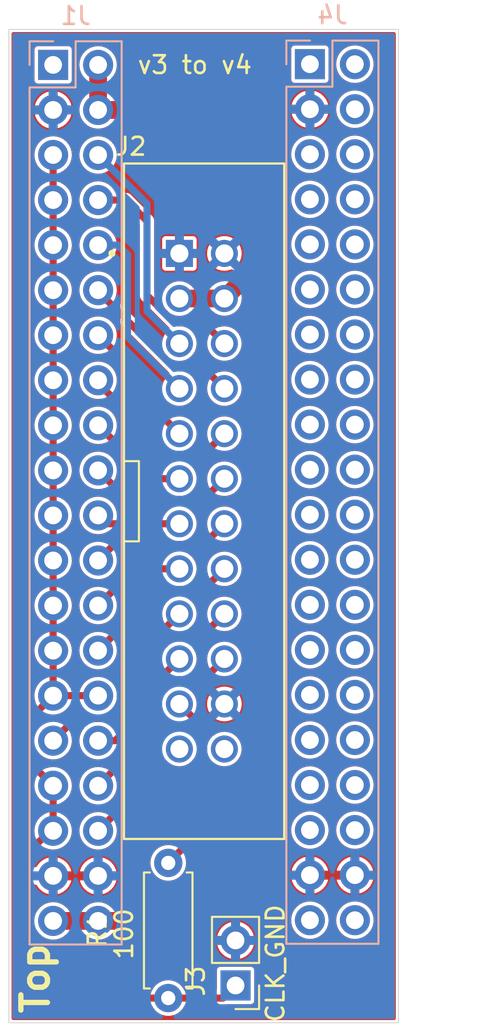
<source format=kicad_pcb>
(kicad_pcb (version 20221018) (generator pcbnew)
  (title_block (title "3 to 4 Plug") (date "2021-11-07") (rev "v1") (company "Scott Hanson"))
  (layers (0 "F.Cu" signal) (31 "B.Cu" signal) (34 "B.Paste" user) (35 "F.Paste" user) (36 "B.SilkS" user "B.Silkscreen") (37 "F.SilkS" user "F.Silkscreen") (38 "B.Mask" user) (39 "F.Mask" user) (44 "Edge.Cuts" user))
  (net 0 "")
  (net 1 "+5V")
  (net 2 "GND")
  (net 3 "OUT16")
  (net 4 "OUT15")
  (net 5 "OUT14")
  (net 6 "OUT12")
  (net 7 "OUT11")
  (net 8 "OUT10")
  (net 9 "OUT9")
  (net 10 "OUT8")
  (net 11 "OUT7")
  (net 12 "OUT6")
  (net 13 "OUT5")
  (net 14 "OUT4")
  (net 15 "OUT3")
  (net 16 "OUT2")
  (net 17 "OUT1")
  (net 18 "OUT13")
  (net 19 "+3V3")
  (net 20 "CLK_V3")
  (net 22 "CLK")
  (footprint "302-S241:OST_302-S241" (layer "F.Cu") (at 130.4 103.1 -90)
    (fp_text reference "J2" (at -20 4) (layer "F.SilkS"))
    (fp_text value "v4 Header")
    (fp_line (start -19.04 -4.65) (end -19.04 4.4) (stroke (width 0.127)) (layer "F.SilkS"))
    (fp_line (start -19.04 4.4) (end 19.04 4.4) (stroke (width 0.127)) (layer "F.SilkS"))
    (fp_line (start -2.2606 3.556) (end -2.2606 4.3942) (stroke (width 0.12)) (layer "F.SilkS"))
    (fp_line (start 0 3.556) (end -2.2606 3.556) (stroke (width 0.12)) (layer "F.SilkS"))
    (fp_line (start 0 3.556) (end 2.2606 3.556) (stroke (width 0.12)) (layer "F.SilkS"))
    (fp_line (start 2.2606 3.556) (end 2.2606 4.3942) (stroke (width 0.12)) (layer "F.SilkS"))
    (fp_line (start 19.04 -4.65) (end -19.04 -4.65) (stroke (width 0.127)) (layer "F.SilkS"))
    (fp_line (start 19.04 4.4) (end 19.04 -4.65) (stroke (width 0.127)) (layer "F.SilkS"))
    (fp_circle (center -13.97 5.08) (end -13.87 5.08) (stroke (width 0.2)) (fill none) (layer "F.SilkS"))
    (pad "1" thru_hole rect (at -13.97 1.27 270) (size 1.53 1.53) (drill 1.02) (layers "*.Cu" "*.Mask") (net 2 "GND"))
    (pad "2" thru_hole circle (at -13.97 -1.27 270) (size 1.53 1.53) (drill 1.02) (layers "*.Cu" "*.Mask") (net 2 "GND"))
    (pad "3" thru_hole circle (at -11.43 1.27 270) (size 1.53 1.53) (drill 1.02) (layers "*.Cu" "*.Mask") (net 1 "+5V"))
    (pad "4" thru_hole circle (at -11.43 -1.27 270) (size 1.53 1.53) (drill 1.02) (layers "*.Cu" "*.Mask") (net 1 "+5V"))
    (pad "5" thru_hole circle (at -8.89 1.27 270) (size 1.53 1.53) (drill 1.02) (layers "*.Cu" "*.Mask") (net 17 "OUT1"))
    (pad "6" thru_hole circle (at -8.89 -1.27 270) (size 1.53 1.53) (drill 1.02) (layers "*.Cu" "*.Mask") (net 16 "OUT2"))
    (pad "7" thru_hole circle (at -6.35 1.27 270) (size 1.53 1.53) (drill 1.02) (layers "*.Cu" "*.Mask") (net 15 "OUT3"))
    (pad "8" thru_hole circle (at -6.35 -1.27 270) (size 1.53 1.53) (drill 1.02) (layers "*.Cu" "*.Mask") (net 14 "OUT4"))
    (pad "9" thru_hole circle (at -3.81 1.27 270) (size 1.53 1.53) (drill 1.02) (layers "*.Cu" "*.Mask") (net 13 "OUT5"))
    (pad "10" thru_hole circle (at -3.81 -1.27 270) (size 1.53 1.53) (drill 1.02) (layers "*.Cu" "*.Mask") (net 12 "OUT6"))
    (pad "11" thru_hole circle (at -1.27 1.27 270) (size 1.53 1.53) (drill 1.02) (layers "*.Cu" "*.Mask") (net 11 "OUT7"))
    (pad "12" thru_hole circle (at -1.27 -1.27 270) (size 1.53 1.53) (drill 1.02) (layers "*.Cu" "*.Mask") (net 10 "OUT8"))
    (pad "13" thru_hole circle (at 1.27 1.27 270) (size 1.53 1.53) (drill 1.02) (layers "*.Cu" "*.Mask") (net 9 "OUT9"))
    (pad "14" thru_hole circle (at 1.27 -1.27 270) (size 1.53 1.53) (drill 1.02) (layers "*.Cu" "*.Mask") (net 8 "OUT10"))
    (pad "15" thru_hole circle (at 3.81 1.27 270) (size 1.53 1.53) (drill 1.02) (layers "*.Cu" "*.Mask") (net 7 "OUT11"))
    (pad "16" thru_hole circle (at 3.81 -1.27 270) (size 1.53 1.53) (drill 1.02) (layers "*.Cu" "*.Mask") (net 6 "OUT12"))
    (pad "17" thru_hole circle (at 6.35 1.27 270) (size 1.53 1.53) (drill 1.02) (layers "*.Cu" "*.Mask") (net 18 "OUT13"))
    (pad "18" thru_hole circle (at 6.35 -1.27 270) (size 1.53 1.53) (drill 1.02) (layers "*.Cu" "*.Mask") (net 5 "OUT14"))
    (pad "19" thru_hole circle (at 8.89 1.27 270) (size 1.53 1.53) (drill 1.02) (layers "*.Cu" "*.Mask") (net 4 "OUT15"))
    (pad "20" thru_hole circle (at 8.89 -1.27 270) (size 1.53 1.53) (drill 1.02) (layers "*.Cu" "*.Mask") (net 3 "OUT16"))
    (pad "21" thru_hole circle (at 11.43 1.27 270) (size 1.53 1.53) (drill 1.02) (layers "*.Cu" "*.Mask") (net 22 "CLK"))
    (pad "22" thru_hole circle (at 11.43 -1.27 270) (size 1.53 1.53) (drill 1.02) (layers "*.Cu" "*.Mask") (net 2 "GND"))
    (pad "23" thru_hole circle (at 13.97 1.27 270) (size 1.53 1.53) (drill 1.02) (layers "*.Cu" "*.Mask") (net 19 "+3V3"))
    (pad "24" thru_hole circle (at 13.97 -1.27 270) (size 1.53 1.53) (drill 1.02) (layers "*.Cu" "*.Mask"))
  )
  (footprint "Connector_PinHeader_2.54mm:PinHeader_1x02_P2.54mm_Vertical" (layer "F.Cu") (at 132.3 130.4 180)
    (fp_text reference "J3" (at 2.25 0.25 90) (layer "F.SilkS"))
    (fp_text value "CLK_GND" (at -2.25 1.25 90) (layer "F.SilkS"))
    (fp_line (start -1.33 -1.33) (end 0 -1.33) (stroke (width 0.12)) (layer "F.SilkS"))
    (fp_line (start -1.33 0) (end -1.33 -1.33) (stroke (width 0.12)) (layer "F.SilkS"))
    (fp_line (start -1.33 1.27) (end -1.33 3.87) (stroke (width 0.12)) (layer "F.SilkS"))
    (fp_line (start -1.33 1.27) (end 1.33 1.27) (stroke (width 0.12)) (layer "F.SilkS"))
    (fp_line (start -1.33 3.87) (end 1.33 3.87) (stroke (width 0.12)) (layer "F.SilkS"))
    (fp_line (start 1.33 1.27) (end 1.33 3.87) (stroke (width 0.12)) (layer "F.SilkS"))
    (pad "1" thru_hole rect (at 0 0 180) (size 1.7 1.7) (drill 1) (layers "*.Cu" "*.Mask") (net 20 "CLK_V3"))
    (pad "2" thru_hole oval (at 0 2.54 180) (size 1.7 1.7) (drill 1) (layers "*.Cu" "*.Mask") (net 2 "GND"))
  )
  (footprint "Resistor_THT:R_Axial_DIN0207_L6.3mm_D2.5mm_P7.62mm_Horizontal" (layer "F.Cu") (at 128.5 123.49 -90)
    (fp_text reference "R1" (at 3.81 4 -270) (layer "F.SilkS"))
    (fp_text value "100" (at 4 2.5 -270) (layer "F.SilkS"))
    (fp_line (start 0.54 -1.37) (end 7.08 -1.37) (stroke (width 0.12)) (layer "F.SilkS"))
    (fp_line (start 0.54 -1.04) (end 0.54 -1.37) (stroke (width 0.12)) (layer "F.SilkS"))
    (fp_line (start 0.54 1.04) (end 0.54 1.37) (stroke (width 0.12)) (layer "F.SilkS"))
    (fp_line (start 0.54 1.37) (end 7.08 1.37) (stroke (width 0.12)) (layer "F.SilkS"))
    (fp_line (start 7.08 -1.37) (end 7.08 -1.04) (stroke (width 0.12)) (layer "F.SilkS"))
    (fp_line (start 7.08 1.37) (end 7.08 1.04) (stroke (width 0.12)) (layer "F.SilkS"))
    (pad "1" thru_hole circle (at 0 0 270) (size 1.6 1.6) (drill 0.8) (layers "*.Cu" "*.Mask") (net 22 "CLK"))
    (pad "2" thru_hole oval (at 7.62 0 270) (size 1.6 1.6) (drill 0.8) (layers "*.Cu" "*.Mask") (net 20 "CLK_V3"))
  )
  (footprint "Connector_PinSocket_2.54mm:PinSocket_2x20_P2.54mm_Vertical" (layer "B.Cu") (at 122 78.5 180)
    (fp_text reference "J1" (at -1.27 2.77) (layer "B.SilkS") (effects (justify mirror)))
    (fp_text value "v3 Header")
    (fp_line (start -3.87 -49.59) (end 1.33 -49.59) (stroke (width 0.12)) (layer "B.SilkS"))
    (fp_line (start -3.87 1.33) (end -3.87 -49.59) (stroke (width 0.12)) (layer "B.SilkS"))
    (fp_line (start -3.87 1.33) (end -1.27 1.33) (stroke (width 0.12)) (layer "B.SilkS"))
    (fp_line (start -1.27 -1.27) (end 1.33 -1.27) (stroke (width 0.12)) (layer "B.SilkS"))
    (fp_line (start -1.27 1.33) (end -1.27 -1.27) (stroke (width 0.12)) (layer "B.SilkS"))
    (fp_line (start 0 1.33) (end 1.33 1.33) (stroke (width 0.12)) (layer "B.SilkS"))
    (fp_line (start 1.33 -1.27) (end 1.33 -49.59) (stroke (width 0.12)) (layer "B.SilkS"))
    (fp_line (start 1.33 1.33) (end 1.33 0) (stroke (width 0.12)) (layer "B.SilkS"))
    (pad "1" thru_hole rect (at 0 0 180) (size 1.7 1.7) (drill 1) (layers "*.Cu" "*.Mask"))
    (pad "2" thru_hole oval (at -2.54 0 180) (size 1.7 1.7) (drill 1) (layers "*.Cu" "*.Mask") (net 1 "+5V"))
    (pad "3" thru_hole oval (at 0 -2.54 180) (size 1.7 1.7) (drill 1) (layers "*.Cu" "*.Mask") (net 2 "GND"))
    (pad "4" thru_hole oval (at -2.54 -2.54 180) (size 1.7 1.7) (drill 1) (layers "*.Cu" "*.Mask") (net 1 "+5V"))
    (pad "5" thru_hole oval (at 0 -5.08 180) (size 1.7 1.7) (drill 1) (layers "*.Cu" "*.Mask") (net 20 "CLK_V3"))
    (pad "6" thru_hole oval (at -2.54 -5.08 180) (size 1.7 1.7) (drill 1) (layers "*.Cu" "*.Mask") (net 17 "OUT1"))
    (pad "7" thru_hole oval (at 0 -7.62 180) (size 1.7 1.7) (drill 1) (layers "*.Cu" "*.Mask") (net 20 "CLK_V3"))
    (pad "8" thru_hole oval (at -2.54 -7.62 180) (size 1.7 1.7) (drill 1) (layers "*.Cu" "*.Mask") (net 16 "OUT2"))
    (pad "9" thru_hole oval (at 0 -10.16 180) (size 1.7 1.7) (drill 1) (layers "*.Cu" "*.Mask") (net 20 "CLK_V3"))
    (pad "10" thru_hole oval (at -2.54 -10.16 180) (size 1.7 1.7) (drill 1) (layers "*.Cu" "*.Mask") (net 15 "OUT3"))
    (pad "11" thru_hole oval (at 0 -12.7 180) (size 1.7 1.7) (drill 1) (layers "*.Cu" "*.Mask") (net 20 "CLK_V3"))
    (pad "12" thru_hole oval (at -2.54 -12.7 180) (size 1.7 1.7) (drill 1) (layers "*.Cu" "*.Mask") (net 14 "OUT4"))
    (pad "13" thru_hole oval (at 0 -15.24 180) (size 1.7 1.7) (drill 1) (layers "*.Cu" "*.Mask") (net 20 "CLK_V3"))
    (pad "14" thru_hole oval (at -2.54 -15.24 180) (size 1.7 1.7) (drill 1) (layers "*.Cu" "*.Mask") (net 13 "OUT5"))
    (pad "15" thru_hole oval (at 0 -17.78 180) (size 1.7 1.7) (drill 1) (layers "*.Cu" "*.Mask") (net 20 "CLK_V3"))
    (pad "16" thru_hole oval (at -2.54 -17.78 180) (size 1.7 1.7) (drill 1) (layers "*.Cu" "*.Mask") (net 12 "OUT6"))
    (pad "17" thru_hole oval (at 0 -20.32 180) (size 1.7 1.7) (drill 1) (layers "*.Cu" "*.Mask") (net 20 "CLK_V3"))
    (pad "18" thru_hole oval (at -2.54 -20.32 180) (size 1.7 1.7) (drill 1) (layers "*.Cu" "*.Mask") (net 11 "OUT7"))
    (pad "19" thru_hole oval (at 0 -22.86 180) (size 1.7 1.7) (drill 1) (layers "*.Cu" "*.Mask") (net 20 "CLK_V3"))
    (pad "20" thru_hole oval (at -2.54 -22.86 180) (size 1.7 1.7) (drill 1) (layers "*.Cu" "*.Mask") (net 10 "OUT8"))
    (pad "21" thru_hole oval (at 0 -25.4 180) (size 1.7 1.7) (drill 1) (layers "*.Cu" "*.Mask") (net 20 "CLK_V3"))
    (pad "22" thru_hole oval (at -2.54 -25.4 180) (size 1.7 1.7) (drill 1) (layers "*.Cu" "*.Mask") (net 9 "OUT9"))
    (pad "23" thru_hole oval (at 0 -27.94 180) (size 1.7 1.7) (drill 1) (layers "*.Cu" "*.Mask") (net 20 "CLK_V3"))
    (pad "24" thru_hole oval (at -2.54 -27.94 180) (size 1.7 1.7) (drill 1) (layers "*.Cu" "*.Mask") (net 8 "OUT10"))
    (pad "25" thru_hole oval (at 0 -30.48 180) (size 1.7 1.7) (drill 1) (layers "*.Cu" "*.Mask") (net 20 "CLK_V3"))
    (pad "26" thru_hole oval (at -2.54 -30.48 180) (size 1.7 1.7) (drill 1) (layers "*.Cu" "*.Mask") (net 7 "OUT11"))
    (pad "27" thru_hole oval (at 0 -33.02 180) (size 1.7 1.7) (drill 1) (layers "*.Cu" "*.Mask") (net 20 "CLK_V3"))
    (pad "28" thru_hole oval (at -2.54 -33.02 180) (size 1.7 1.7) (drill 1) (layers "*.Cu" "*.Mask") (net 6 "OUT12"))
    (pad "29" thru_hole oval (at 0 -35.56 180) (size 1.7 1.7) (drill 1) (layers "*.Cu" "*.Mask") (net 20 "CLK_V3"))
    (pad "30" thru_hole oval (at -2.54 -35.56 180) (size 1.7 1.7) (drill 1) (layers "*.Cu" "*.Mask") (net 20 "CLK_V3"))
    (pad "31" thru_hole oval (at 0 -38.1 180) (size 1.7 1.7) (drill 1) (layers "*.Cu" "*.Mask") (net 18 "OUT13"))
    (pad "32" thru_hole oval (at -2.54 -38.1 180) (size 1.7 1.7) (drill 1) (layers "*.Cu" "*.Mask") (net 5 "OUT14"))
    (pad "33" thru_hole oval (at 0 -40.64 180) (size 1.7 1.7) (drill 1) (layers "*.Cu" "*.Mask") (net 20 "CLK_V3"))
    (pad "34" thru_hole oval (at -2.54 -40.64 180) (size 1.7 1.7) (drill 1) (layers "*.Cu" "*.Mask") (net 4 "OUT15"))
    (pad "35" thru_hole oval (at 0 -43.18 180) (size 1.7 1.7) (drill 1) (layers "*.Cu" "*.Mask") (net 20 "CLK_V3"))
    (pad "36" thru_hole oval (at -2.54 -43.18 180) (size 1.7 1.7) (drill 1) (layers "*.Cu" "*.Mask") (net 3 "OUT16"))
    (pad "37" thru_hole oval (at 0 -45.72 180) (size 1.7 1.7) (drill 1) (layers "*.Cu" "*.Mask") (net 2 "GND"))
    (pad "38" thru_hole oval (at -2.54 -45.72 180) (size 1.7 1.7) (drill 1) (layers "*.Cu" "*.Mask") (net 2 "GND"))
    (pad "39" thru_hole oval (at 0 -48.26 180) (size 1.7 1.7) (drill 1) (layers "*.Cu" "*.Mask") (net 1 "+5V"))
    (pad "40" thru_hole oval (at -2.54 -48.26 180) (size 1.7 1.7) (drill 1) (layers "*.Cu" "*.Mask") (net 1 "+5V"))
  )
  (footprint "Connector_PinSocket_2.54mm:PinSocket_2x20_P2.54mm_Vertical" (layer "B.Cu") (at 136.5 78.46 180)
    (fp_text reference "J4" (at -1.27 2.77) (layer "B.SilkS") (effects (justify mirror)))
    (fp_text value "Conn_02x20_Odd_Even")
    (fp_line (start -3.87 -49.59) (end 1.33 -49.59) (stroke (width 0.12)) (layer "B.SilkS"))
    (fp_line (start -3.87 1.33) (end -3.87 -49.59) (stroke (width 0.12)) (layer "B.SilkS"))
    (fp_line (start -3.87 1.33) (end -1.27 1.33) (stroke (width 0.12)) (layer "B.SilkS"))
    (fp_line (start -1.27 -1.27) (end 1.33 -1.27) (stroke (width 0.12)) (layer "B.SilkS"))
    (fp_line (start -1.27 1.33) (end -1.27 -1.27) (stroke (width 0.12)) (layer "B.SilkS"))
    (fp_line (start 0 1.33) (end 1.33 1.33) (stroke (width 0.12)) (layer "B.SilkS"))
    (fp_line (start 1.33 -1.27) (end 1.33 -49.59) (stroke (width 0.12)) (layer "B.SilkS"))
    (fp_line (start 1.33 1.33) (end 1.33 0) (stroke (width 0.12)) (layer "B.SilkS"))
    (pad "1" thru_hole rect (at 0 0 180) (size 1.7 1.7) (drill 1) (layers "*.Cu" "*.Mask"))
    (pad "2" thru_hole oval (at -2.54 0 180) (size 1.7 1.7) (drill 1) (layers "*.Cu" "*.Mask"))
    (pad "3" thru_hole oval (at 0 -2.54 180) (size 1.7 1.7) (drill 1) (layers "*.Cu" "*.Mask") (net 2 "GND"))
    (pad "4" thru_hole oval (at -2.54 -2.54 180) (size 1.7 1.7) (drill 1) (layers "*.Cu" "*.Mask"))
    (pad "5" thru_hole oval (at 0 -5.08 180) (size 1.7 1.7) (drill 1) (layers "*.Cu" "*.Mask"))
    (pad "6" thru_hole oval (at -2.54 -5.08 180) (size 1.7 1.7) (drill 1) (layers "*.Cu" "*.Mask"))
    (pad "7" thru_hole oval (at 0 -7.62 180) (size 1.7 1.7) (drill 1) (layers "*.Cu" "*.Mask"))
    (pad "8" thru_hole oval (at -2.54 -7.62 180) (size 1.7 1.7) (drill 1) (layers "*.Cu" "*.Mask"))
    (pad "9" thru_hole oval (at 0 -10.16 180) (size 1.7 1.7) (drill 1) (layers "*.Cu" "*.Mask"))
    (pad "10" thru_hole oval (at -2.54 -10.16 180) (size 1.7 1.7) (drill 1) (layers "*.Cu" "*.Mask"))
    (pad "11" thru_hole oval (at 0 -12.7 180) (size 1.7 1.7) (drill 1) (layers "*.Cu" "*.Mask"))
    (pad "12" thru_hole oval (at -2.54 -12.7 180) (size 1.7 1.7) (drill 1) (layers "*.Cu" "*.Mask"))
    (pad "13" thru_hole oval (at 0 -15.24 180) (size 1.7 1.7) (drill 1) (layers "*.Cu" "*.Mask"))
    (pad "14" thru_hole oval (at -2.54 -15.24 180) (size 1.7 1.7) (drill 1) (layers "*.Cu" "*.Mask"))
    (pad "15" thru_hole oval (at 0 -17.78 180) (size 1.7 1.7) (drill 1) (layers "*.Cu" "*.Mask"))
    (pad "16" thru_hole oval (at -2.54 -17.78 180) (size 1.7 1.7) (drill 1) (layers "*.Cu" "*.Mask"))
    (pad "17" thru_hole oval (at 0 -20.32 180) (size 1.7 1.7) (drill 1) (layers "*.Cu" "*.Mask"))
    (pad "18" thru_hole oval (at -2.54 -20.32 180) (size 1.7 1.7) (drill 1) (layers "*.Cu" "*.Mask"))
    (pad "19" thru_hole oval (at 0 -22.86 180) (size 1.7 1.7) (drill 1) (layers "*.Cu" "*.Mask"))
    (pad "20" thru_hole oval (at -2.54 -22.86 180) (size 1.7 1.7) (drill 1) (layers "*.Cu" "*.Mask"))
    (pad "21" thru_hole oval (at 0 -25.4 180) (size 1.7 1.7) (drill 1) (layers "*.Cu" "*.Mask"))
    (pad "22" thru_hole oval (at -2.54 -25.4 180) (size 1.7 1.7) (drill 1) (layers "*.Cu" "*.Mask"))
    (pad "23" thru_hole oval (at 0 -27.94 180) (size 1.7 1.7) (drill 1) (layers "*.Cu" "*.Mask"))
    (pad "24" thru_hole oval (at -2.54 -27.94 180) (size 1.7 1.7) (drill 1) (layers "*.Cu" "*.Mask"))
    (pad "25" thru_hole oval (at 0 -30.48 180) (size 1.7 1.7) (drill 1) (layers "*.Cu" "*.Mask"))
    (pad "26" thru_hole oval (at -2.54 -30.48 180) (size 1.7 1.7) (drill 1) (layers "*.Cu" "*.Mask"))
    (pad "27" thru_hole oval (at 0 -33.02 180) (size 1.7 1.7) (drill 1) (layers "*.Cu" "*.Mask"))
    (pad "28" thru_hole oval (at -2.54 -33.02 180) (size 1.7 1.7) (drill 1) (layers "*.Cu" "*.Mask"))
    (pad "29" thru_hole oval (at 0 -35.56 180) (size 1.7 1.7) (drill 1) (layers "*.Cu" "*.Mask"))
    (pad "30" thru_hole oval (at -2.54 -35.56 180) (size 1.7 1.7) (drill 1) (layers "*.Cu" "*.Mask"))
    (pad "31" thru_hole oval (at 0 -38.1 180) (size 1.7 1.7) (drill 1) (layers "*.Cu" "*.Mask"))
    (pad "32" thru_hole oval (at -2.54 -38.1 180) (size 1.7 1.7) (drill 1) (layers "*.Cu" "*.Mask"))
    (pad "33" thru_hole oval (at 0 -40.64 180) (size 1.7 1.7) (drill 1) (layers "*.Cu" "*.Mask"))
    (pad "34" thru_hole oval (at -2.54 -40.64 180) (size 1.7 1.7) (drill 1) (layers "*.Cu" "*.Mask"))
    (pad "35" thru_hole oval (at 0 -43.18 180) (size 1.7 1.7) (drill 1) (layers "*.Cu" "*.Mask"))
    (pad "36" thru_hole oval (at -2.54 -43.18 180) (size 1.7 1.7) (drill 1) (layers "*.Cu" "*.Mask"))
    (pad "37" thru_hole oval (at 0 -45.72 180) (size 1.7 1.7) (drill 1) (layers "*.Cu" "*.Mask") (net 2 "GND"))
    (pad "38" thru_hole oval (at -2.54 -45.72 180) (size 1.7 1.7) (drill 1) (layers "*.Cu" "*.Mask") (net 2 "GND"))
    (pad "39" thru_hole oval (at 0 -48.26 180) (size 1.7 1.7) (drill 1) (layers "*.Cu" "*.Mask"))
    (pad "40" thru_hole oval (at -2.54 -48.26 180) (size 1.7 1.7) (drill 1) (layers "*.Cu" "*.Mask"))
  )
  (gr_line (start 119.5 76.5) (end 141.5 76.5) (stroke (width 0.05)) (layer "Edge.Cuts"))
  (gr_line (start 119.5 132.5) (end 119.5 76.5) (stroke (width 0.05)) (layer "Edge.Cuts"))
  (gr_line (start 141.5 76.5) (end 141.5 132.5) (stroke (width 0.05)) (layer "Edge.Cuts"))
  (gr_line (start 141.5 132.5) (end 119.5 132.5) (stroke (width 0.05)) (layer "Edge.Cuts"))
  (gr_text "v3 to v4" (at 130 78.5) (layer "F.SilkS") (effects (font (size 1 1))))
  (gr_text "Top" (at 121 130 90) (layer "F.SilkS") (effects (font (size 1.5 1.5) (thickness 0.3))))
  (segment (start 133.7 90.5) (end 132.84 90.5) (width 1) (layer "F.Cu") (net 1))
  (segment (start 128.54 126.76) (end 124.54 126.76) (width 1) (layer "F.Cu") (net 1))
  (segment (start 130.702081 86) (end 132.5 86) (width 1) (layer "F.Cu") (net 1))
  (segment (start 124.54 81.04) (end 125.742081 81.04) (width 1) (layer "F.Cu") (net 1))
  (segment (start 125.742081 81.04) (end 130.702081 86) (width 1) (layer "F.Cu") (net 1))
  (segment (start 133.7 87.2) (end 133.7 90.5) (width 1) (layer "F.Cu") (net 1))
  (segment (start 122 126.76) (end 124.54 126.76) (width 1) (layer "F.Cu") (net 1))
  (segment (start 133.7 90.5) (end 133.7 121.6) (width 1) (layer "F.Cu") (net 1))
  (segment (start 132.84 90.5) (end 131.67 91.67) (width 1) (layer "F.Cu") (net 1))
  (segment (start 124.54 78.5) (end 124.54 81.04) (width 1) (layer "F.Cu") (net 1))
  (segment (start 133.7 121.6) (end 128.54 126.76) (width 1) (layer "F.Cu") (net 1))
  (segment (start 129.13 91.67) (end 131.67 91.67) (width 1) (layer "F.Cu") (net 1))
  (segment (start 132.5 86) (end 133.7 87.2) (width 1) (layer "F.Cu") (net 1))
  (segment (start 128.858621 113.154511) (end 127.8 114.213132) (width 0.4) (layer "F.Cu") (net 3))
  (segment (start 127.8 118.42) (end 124.54 121.68) (width 0.4) (layer "F.Cu") (net 3))
  (segment (start 127.8 114.213132) (end 127.8 118.42) (width 0.4) (layer "F.Cu") (net 3))
  (segment (start 131.67 111.99) (end 130.505489 113.154511) (width 0.4) (layer "F.Cu") (net 3))
  (segment (start 130.505489 113.154511) (end 128.858621 113.154511) (width 0.4) (layer "F.Cu") (net 3))
  (segment (start 127.20048 113.89952) (end 127.3 113.8) (width 0.4) (layer "F.Cu") (net 4))
  (segment (start 127.3 113.8) (end 127.32 113.8) (width 0.4) (layer "F.Cu") (net 4))
  (segment (start 127.20048 116.47952) (end 127.20048 113.89952) (width 0.4) (layer "F.Cu") (net 4))
  (segment (start 124.54 119.14) (end 127.20048 116.47952) (width 0.4) (layer "F.Cu") (net 4))
  (segment (start 127.32 113.8) (end 129.13 111.99) (width 0.4) (layer "F.Cu") (net 4))
  (segment (start 126.6 112.873132) (end 126.6 115.5) (width 0.4) (layer "F.Cu") (net 5))
  (segment (start 125.5 116.6) (end 124.54 116.6) (width 0.4) (layer "F.Cu") (net 5))
  (segment (start 130.294511 110.825489) (end 128.647643 110.825489) (width 0.4) (layer "F.Cu") (net 5))
  (segment (start 128.647643 110.825489) (end 126.6 112.873132) (width 0.4) (layer "F.Cu") (net 5))
  (segment (start 131.67 109.45) (end 130.294511 110.825489) (width 0.4) (layer "F.Cu") (net 5))
  (segment (start 126.6 115.5) (end 125.5 116.6) (width 0.4) (layer "F.Cu") (net 5))
  (segment (start 127.985489 108.074511) (end 130.505489 108.074511) (width 0.4) (layer "F.Cu") (net 6))
  (segment (start 130.505489 108.074511) (end 131.67 106.91) (width 0.4) (layer "F.Cu") (net 6))
  (segment (start 124.54 111.52) (end 127.985489 108.074511) (width 0.4) (layer "F.Cu") (net 6))
  (segment (start 129.13 106.91) (end 126.61 106.91) (width 0.4) (layer "F.Cu") (net 7))
  (segment (start 126.61 106.91) (end 124.54 108.98) (width 0.4) (layer "F.Cu") (net 7))
  (segment (start 130.505489 105.534511) (end 125.445489 105.534511) (width 0.4) (layer "F.Cu") (net 8))
  (segment (start 125.445489 105.534511) (end 124.54 106.44) (width 0.4) (layer "F.Cu") (net 8))
  (segment (start 131.67 104.37) (end 130.505489 105.534511) (width 0.4) (layer "F.Cu") (net 8))
  (segment (start 129.13 104.37) (end 125.01 104.37) (width 0.4) (layer "F.Cu") (net 9))
  (segment (start 125.01 104.37) (end 124.54 103.9) (width 0.4) (layer "F.Cu") (net 9))
  (segment (start 131.67 101.83) (end 130.505489 102.994511) (width 0.4) (layer "F.Cu") (net 10))
  (segment (start 126.174511 102.994511) (end 124.54 101.36) (width 0.4) (layer "F.Cu") (net 10))
  (segment (start 130.505489 102.994511) (end 126.174511 102.994511) (width 0.4) (layer "F.Cu") (net 10))
  (segment (start 127.55 101.83) (end 124.54 98.82) (width 0.4) (layer "F.Cu") (net 11))
  (segment (start 129.13 101.83) (end 127.55 101.83) (width 0.4) (layer "F.Cu") (net 11))
  (segment (start 124.54 96.44) (end 124.54 96.28) (width 0.4) (layer "F.Cu") (net 12))
  (segment (start 130.505489 100.454511) (end 128.554511 100.454511) (width 0.4) (layer "F.Cu") (net 12))
  (segment (start 128.554511 100.454511) (end 124.54 96.44) (width 0.4) (layer "F.Cu") (net 12))
  (segment (start 131.67 99.29) (end 130.505489 100.454511) (width 0.4) (layer "F.Cu") (net 12))
  (segment (start 127.965489 97.165489) (end 124.54 93.74) (width 0.4) (layer "F.Cu") (net 13))
  (segment (start 129.13 99.29) (end 127.965489 98.125489) (width 0.4) (layer "F.Cu") (net 13))
  (segment (start 127.965489 98.125489) (end 127.965489 97.165489) (width 0.4) (layer "F.Cu") (net 13))
  (segment (start 128.858621 95.585489) (end 130.505489 95.585489) (width 0.4) (layer "F.Cu") (net 14))
  (segment (start 124.54 91.2) (end 124.54 91.266868) (width 0.4) (layer "F.Cu") (net 14))
  (segment (start 130.505489 95.585489) (end 131.67 96.75) (width 0.4) (layer "F.Cu") (net 14))
  (segment (start 124.54 91.266868) (end 128.858621 95.585489) (width 0.4) (layer "F.Cu") (net 14))
  (segment (start 129.13 96.75) (end 126.2 93.82) (width 0.4) (layer "B.Cu") (net 15))
  (segment (start 126.2 93.82) (end 126.2 89.2) (width 0.4) (layer "B.Cu") (net 15))
  (segment (start 126.2 89.2) (end 125.66 88.66) (width 0.4) (layer "B.Cu") (net 15))
  (segment (start 125.66 88.66) (end 124.54 88.66) (width 0.4) (layer "B.Cu") (net 15))
  (segment (start 130.505489 93.045489) (end 128.858621 93.045489) (width 0.4) (layer "F.Cu") (net 16))
  (segment (start 131.67 94.21) (end 130.505489 93.045489) (width 0.4) (layer "F.Cu") (net 16))
  (segment (start 127.3 87.3) (end 126.12 86.12) (width 0.4) (layer "F.Cu") (net 16))
  (segment (start 127.3 91.486868) (end 127.3 87.3) (width 0.4) (layer "F.Cu") (net 16))
  (segment (start 128.858621 93.045489) (end 127.3 91.486868) (width 0.4) (layer "F.Cu") (net 16))
  (segment (start 126.12 86.12) (end 124.54 86.12) (width 0.4) (layer "F.Cu") (net 16))
  (segment (start 127.3 92.38) (end 127.3 86.34) (width 0.4) (layer "B.Cu") (net 17))
  (segment (start 127.3 86.34) (end 124.54 83.58) (width 0.4) (layer "B.Cu") (net 17))
  (segment (start 129.13 94.21) (end 127.3 92.38) (width 0.4) (layer "B.Cu") (net 17))
  (segment (start 123.249511 115.350489) (end 122 116.6) (width 0.4) (layer "F.Cu") (net 18))
  (segment (start 125.549511 115.350489) (end 123.249511 115.350489) (width 0.4) (layer "F.Cu") (net 18))
  (segment (start 125.789511 112.790489) (end 125.789511 115.110489) (width 0.4) (layer "F.Cu") (net 18))
  (segment (start 129.13 109.45) (end 125.789511 112.790489) (width 0.4) (layer "F.Cu") (net 18))
  (segment (start 125.789511 115.110489) (end 125.549511 115.350489) (width 0.4) (layer "F.Cu") (net 18))
  (segment (start 121.82 121.68) (end 122 121.68) (width 0.4) (layer "F.Cu") (net 20))
  (segment (start 122 119.14) (end 120.5 117.64) (width 0.4) (layer "F.Cu") (net 20))
  (segment (start 128.5 131.11) (end 123.61 131.11) (width 0.4) (layer "F.Cu") (net 20))
  (segment (start 122 111.52) (end 122 83.58) (width 0.4) (layer "F.Cu") (net 20))
  (segment (start 122 119.14) (end 122 121.68) (width 0.4) (layer "F.Cu") (net 20))
  (segment (start 131.59 131.11) (end 132.3 130.4) (width 0.4) (layer "F.Cu") (net 20))
  (segment (start 120.5 128) (end 120.5 123) (width 0.4) (layer "F.Cu") (net 20))
  (segment (start 120.5 123) (end 121.82 121.68) (width 0.4) (layer "F.Cu") (net 20))
  (segment (start 122 111.52) (end 122 114.06) (width 0.4) (layer "F.Cu") (net 20))
  (segment (start 124.54 114.06) (end 122 114.06) (width 0.4) (layer "F.Cu") (net 20))
  (segment (start 128.5 131.11) (end 131.59 131.11) (width 0.4) (layer "F.Cu") (net 20))
  (segment (start 120.5 117.64) (end 120.5 115.56) (width 0.4) (layer "F.Cu") (net 20))
  (segment (start 120.5 115.56) (end 122 114.06) (width 0.4) (layer "F.Cu") (net 20))
  (segment (start 123.61 131.11) (end 120.5 128) (width 0.4) (layer "F.Cu") (net 20))
  (segment (start 130.505489 115.905489) (end 130.505489 121.484511) (width 0.4) (layer "F.Cu") (net 22))
  (segment (start 130.505489 121.484511) (end 128.5 123.49) (width 0.4) (layer "F.Cu") (net 22))
  (segment (start 129.13 114.53) (end 130.505489 115.905489) (width 0.4) (layer "F.Cu") (net 22))
  (zone (net 2) (net_name "GND") (layer "F.Cu") (connect_pads (clearance 0.15)) (min_thickness 0.2) (fill yes (thermal_gap 0.208) (thermal_bridge_width 0.508))
    (polygon (pts (xy 141.5 132.5) (xy 119.5 132.5) (xy 119.5 76.5) (xy 141.5 76.5)))
  )
  (zone (net 2) (net_name "GND") (layer "B.Cu") (connect_pads (clearance 0.208)) (min_thickness 0.254) (fill yes (thermal_gap 0.308) (thermal_bridge_width 0.508))
    (polygon (pts (xy 141.5 132.5) (xy 119.5 132.5) (xy 119 76.5) (xy 141.5 76.5)))
  )
)
</source>
